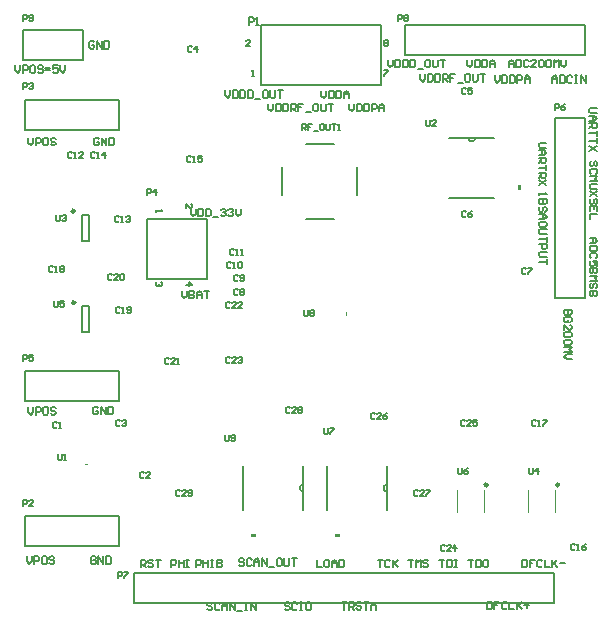
<source format=gto>
G04*
G04 #@! TF.GenerationSoftware,Altium Limited,Altium Designer,18.0.11 (651)*
G04*
G04 Layer_Color=65535*
%FSLAX25Y25*%
%MOIN*%
G70*
G01*
G75*
%ADD10C,0.00000*%
%ADD11C,0.00984*%
%ADD12C,0.00600*%
%ADD13C,0.01000*%
%ADD14C,0.00787*%
%ADD15C,0.00100*%
%ADD16C,0.00394*%
%ADD17C,0.00500*%
G36*
X84789Y-173961D02*
Y-174961D01*
X83289D01*
Y-173961D01*
X84789D01*
D02*
G37*
G36*
X112742D02*
Y-174961D01*
X111242D01*
Y-173961D01*
X112742D01*
D02*
G37*
G36*
X171993Y-57718D02*
X172993D01*
Y-59219D01*
X171993D01*
Y-57718D01*
D02*
G37*
D10*
X27847Y-150712D02*
G03*
X28846Y-150712I500J1123D01*
G01*
D11*
X24332Y-66312D02*
G03*
X24332Y-66312I-492J0D01*
G01*
X24525Y-96784D02*
G03*
X24525Y-96784I-492J0D01*
G01*
D12*
X155493Y-41919D02*
G03*
X157893Y-41919I1200J0D01*
G01*
X100589Y-157461D02*
G03*
X100589Y-159861I0J-1200D01*
G01*
X128542Y-157461D02*
G03*
X128542Y-159861I0J-1200D01*
G01*
X149279Y-62019D02*
X164107D01*
X149279Y-41919D02*
X164107D01*
X80489Y-166076D02*
Y-151247D01*
X100589Y-166076D02*
Y-151247D01*
X128542Y-166076D02*
Y-151247D01*
X108442Y-166076D02*
Y-151247D01*
D13*
X162024Y-157579D02*
G03*
X162024Y-157579I-500J0D01*
G01*
X185843D02*
G03*
X185843Y-157579I-500J0D01*
G01*
D14*
X29056Y-76154D02*
Y-67493D01*
X26694Y-76154D02*
Y-67493D01*
Y-76154D02*
X29056D01*
X26694Y-67493D02*
X29056D01*
X29249Y-106626D02*
Y-97965D01*
X26887Y-106626D02*
Y-97965D01*
Y-106626D02*
X29249D01*
X26887Y-97965D02*
X29249D01*
X44055Y-197126D02*
Y-187126D01*
X184055D01*
Y-197126D02*
Y-187126D01*
X176555Y-197126D02*
X184055D01*
X44055D02*
X176555D01*
X101420Y-43840D02*
X110719D01*
X93570Y-60990D02*
Y-51691D01*
X101420Y-68840D02*
X110720D01*
X118570Y-60989D02*
Y-51690D01*
X134528Y-14449D02*
X194528D01*
X134528Y-4449D02*
X194528D01*
X134528Y-14449D02*
Y-4449D01*
X194528Y-14449D02*
Y-4449D01*
X126575Y-24449D02*
Y-4449D01*
X86575Y-24449D02*
Y-4449D01*
X126575D01*
X86575Y-24449D02*
X126575D01*
X68490Y-89020D02*
Y-69020D01*
X48490D02*
X68490D01*
X48490Y-89020D02*
X68490D01*
X48490D02*
Y-69020D01*
X184370Y-95472D02*
X194370D01*
X184370Y-35472D02*
X194370D01*
Y-95472D02*
Y-35472D01*
X184370Y-95472D02*
Y-35472D01*
X39213Y-129803D02*
Y-119803D01*
X7717Y-129803D02*
X39213D01*
X7717D02*
Y-119803D01*
X39213D01*
Y-178000D02*
Y-168000D01*
X7717Y-178000D02*
X39213D01*
X7717D02*
Y-168000D01*
X39213D01*
Y-39290D02*
Y-29290D01*
X7717Y-39290D02*
X39213D01*
X7717D02*
Y-29290D01*
X39213D01*
X27126Y-16024D02*
Y-6024D01*
X7126Y-16024D02*
X27126D01*
X7126D02*
Y-6024D01*
X27126D01*
D15*
X114673Y-101068D02*
Y-99869D01*
D16*
X160827Y-166535D02*
Y-159252D01*
X151772Y-166535D02*
Y-159252D01*
X184646Y-166535D02*
Y-159252D01*
X175591Y-166535D02*
Y-159252D01*
D17*
X4600Y-17791D02*
Y-19457D01*
X5433Y-20290D01*
X6266Y-19457D01*
Y-17791D01*
X7099Y-20290D02*
Y-17791D01*
X8349D01*
X8765Y-18207D01*
Y-19040D01*
X8349Y-19457D01*
X7099D01*
X10848Y-17791D02*
X10015D01*
X9598Y-18207D01*
Y-19873D01*
X10015Y-20290D01*
X10848D01*
X11265Y-19873D01*
Y-18207D01*
X10848Y-17791D01*
X13764Y-18207D02*
X13347Y-17791D01*
X12514D01*
X12098Y-18207D01*
Y-18624D01*
X12514Y-19040D01*
X13347D01*
X13764Y-19457D01*
Y-19873D01*
X13347Y-20290D01*
X12514D01*
X12098Y-19873D01*
X14597Y-19457D02*
X16263D01*
X14597Y-18624D02*
X16263D01*
X18762Y-17791D02*
X17096D01*
Y-19040D01*
X17929Y-18624D01*
X18346D01*
X18762Y-19040D01*
Y-19873D01*
X18346Y-20290D01*
X17513D01*
X17096Y-19873D01*
X19595Y-17791D02*
Y-19457D01*
X20428Y-20290D01*
X21261Y-19457D01*
Y-17791D01*
X63010Y-65561D02*
Y-67227D01*
X63843Y-68060D01*
X64676Y-67227D01*
Y-65561D01*
X65509D02*
Y-68060D01*
X66759D01*
X67175Y-67643D01*
Y-65977D01*
X66759Y-65561D01*
X65509D01*
X68008D02*
Y-68060D01*
X69258D01*
X69674Y-67643D01*
Y-65977D01*
X69258Y-65561D01*
X68008D01*
X70508Y-68476D02*
X72174D01*
X73007Y-65977D02*
X73423Y-65561D01*
X74256D01*
X74673Y-65977D01*
Y-66394D01*
X74256Y-66810D01*
X73840D01*
X74256D01*
X74673Y-67227D01*
Y-67643D01*
X74256Y-68060D01*
X73423D01*
X73007Y-67643D01*
X75506Y-65977D02*
X75923Y-65561D01*
X76756D01*
X77172Y-65977D01*
Y-66394D01*
X76756Y-66810D01*
X76339D01*
X76756D01*
X77172Y-67227D01*
Y-67643D01*
X76756Y-68060D01*
X75923D01*
X75506Y-67643D01*
X78005Y-65561D02*
Y-67227D01*
X78838Y-68060D01*
X79671Y-67227D01*
Y-65561D01*
X60140Y-92971D02*
Y-94637D01*
X60973Y-95470D01*
X61806Y-94637D01*
Y-92971D01*
X62639D02*
Y-95470D01*
X63889D01*
X64305Y-95053D01*
Y-94637D01*
X63889Y-94220D01*
X62639D01*
X63889D01*
X64305Y-93804D01*
Y-93387D01*
X63889Y-92971D01*
X62639D01*
X65138Y-95470D02*
Y-93804D01*
X65971Y-92971D01*
X66804Y-93804D01*
Y-95470D01*
Y-94220D01*
X65138D01*
X67638Y-92971D02*
X69304D01*
X68471D01*
Y-95470D01*
X31406Y-181867D02*
X30990Y-181451D01*
X30156D01*
X29740Y-181867D01*
Y-183534D01*
X30156Y-183950D01*
X30990D01*
X31406Y-183534D01*
Y-182700D01*
X30573D01*
X32239Y-183950D02*
Y-181451D01*
X33905Y-183950D01*
Y-181451D01*
X34738D02*
Y-183950D01*
X35988D01*
X36404Y-183534D01*
Y-181867D01*
X35988Y-181451D01*
X34738D01*
X32226Y-131987D02*
X31810Y-131571D01*
X30977D01*
X30560Y-131987D01*
Y-133653D01*
X30977Y-134070D01*
X31810D01*
X32226Y-133653D01*
Y-132820D01*
X31393D01*
X33059Y-134070D02*
Y-131571D01*
X34725Y-134070D01*
Y-131571D01*
X35558D02*
Y-134070D01*
X36808D01*
X37225Y-133653D01*
Y-131987D01*
X36808Y-131571D01*
X35558D01*
X32486Y-42377D02*
X32070Y-41961D01*
X31236D01*
X30820Y-42377D01*
Y-44043D01*
X31236Y-44460D01*
X32070D01*
X32486Y-44043D01*
Y-43210D01*
X31653D01*
X33319Y-44460D02*
Y-41961D01*
X34985Y-44460D01*
Y-41961D01*
X35818D02*
Y-44460D01*
X37068D01*
X37484Y-44043D01*
Y-42377D01*
X37068Y-41961D01*
X35818D01*
X8440Y-181451D02*
Y-183117D01*
X9273Y-183950D01*
X10106Y-183117D01*
Y-181451D01*
X10939Y-183950D02*
Y-181451D01*
X12189D01*
X12605Y-181867D01*
Y-182700D01*
X12189Y-183117D01*
X10939D01*
X14688Y-181451D02*
X13855D01*
X13438Y-181867D01*
Y-183534D01*
X13855Y-183950D01*
X14688D01*
X15104Y-183534D01*
Y-181867D01*
X14688Y-181451D01*
X17604Y-181867D02*
X17187Y-181451D01*
X16354D01*
X15938Y-181867D01*
Y-182284D01*
X16354Y-182700D01*
X17187D01*
X17604Y-183117D01*
Y-183534D01*
X17187Y-183950D01*
X16354D01*
X15938Y-183534D01*
X8850Y-131691D02*
Y-133357D01*
X9683Y-134190D01*
X10516Y-133357D01*
Y-131691D01*
X11349Y-134190D02*
Y-131691D01*
X12599D01*
X13015Y-132107D01*
Y-132940D01*
X12599Y-133357D01*
X11349D01*
X15098Y-131691D02*
X14265D01*
X13848Y-132107D01*
Y-133774D01*
X14265Y-134190D01*
X15098D01*
X15515Y-133774D01*
Y-132107D01*
X15098Y-131691D01*
X18014Y-132107D02*
X17597Y-131691D01*
X16764D01*
X16348Y-132107D01*
Y-132524D01*
X16764Y-132940D01*
X17597D01*
X18014Y-133357D01*
Y-133774D01*
X17597Y-134190D01*
X16764D01*
X16348Y-133774D01*
X8880Y-41961D02*
Y-43627D01*
X9713Y-44460D01*
X10546Y-43627D01*
Y-41961D01*
X11379Y-44460D02*
Y-41961D01*
X12629D01*
X13045Y-42377D01*
Y-43210D01*
X12629Y-43627D01*
X11379D01*
X15128Y-41961D02*
X14295D01*
X13878Y-42377D01*
Y-44043D01*
X14295Y-44460D01*
X15128D01*
X15544Y-44043D01*
Y-42377D01*
X15128Y-41961D01*
X18044Y-42377D02*
X17627Y-41961D01*
X16794D01*
X16378Y-42377D01*
Y-42794D01*
X16794Y-43210D01*
X17627D01*
X18044Y-43627D01*
Y-44043D01*
X17627Y-44460D01*
X16794D01*
X16378Y-44043D01*
X173590Y-182497D02*
Y-184996D01*
X174840D01*
X175256Y-184580D01*
Y-182914D01*
X174840Y-182497D01*
X173590D01*
X177755D02*
X176089D01*
Y-183747D01*
X176922D01*
X176089D01*
Y-184996D01*
X180254Y-182914D02*
X179838Y-182497D01*
X179005D01*
X178588Y-182914D01*
Y-184580D01*
X179005Y-184996D01*
X179838D01*
X180254Y-184580D01*
X181088Y-182497D02*
Y-184996D01*
X182754D01*
X183587Y-182497D02*
Y-184996D01*
Y-184163D01*
X185253Y-182497D01*
X184003Y-183747D01*
X185253Y-184996D01*
X186086Y-183747D02*
X187752D01*
X161770Y-196531D02*
Y-199030D01*
X163020D01*
X163436Y-198614D01*
Y-196947D01*
X163020Y-196531D01*
X161770D01*
X165935D02*
X164269D01*
Y-197780D01*
X165102D01*
X164269D01*
Y-199030D01*
X168435Y-196947D02*
X168018Y-196531D01*
X167185D01*
X166768Y-196947D01*
Y-198614D01*
X167185Y-199030D01*
X168018D01*
X168435Y-198614D01*
X169268Y-196531D02*
Y-199030D01*
X170934D01*
X171767Y-196531D02*
Y-199030D01*
Y-198197D01*
X173433Y-196531D01*
X172183Y-197780D01*
X173433Y-199030D01*
X174266Y-197780D02*
X175932D01*
X175099Y-196947D02*
Y-198614D01*
X155650Y-182497D02*
X157316D01*
X156483D01*
Y-184996D01*
X158149Y-182497D02*
Y-184996D01*
X159399D01*
X159815Y-184580D01*
Y-182914D01*
X159399Y-182497D01*
X158149D01*
X161898D02*
X161065D01*
X160648Y-182914D01*
Y-184580D01*
X161065Y-184996D01*
X161898D01*
X162314Y-184580D01*
Y-182914D01*
X161898Y-182497D01*
X145970D02*
X147636D01*
X146803D01*
Y-184996D01*
X148469Y-182497D02*
Y-184996D01*
X149719D01*
X150135Y-184580D01*
Y-182914D01*
X149719Y-182497D01*
X148469D01*
X150968D02*
X151801D01*
X151385D01*
Y-184996D01*
X150968D01*
X151801D01*
X135560Y-182497D02*
X137226D01*
X136393D01*
Y-184996D01*
X138059D02*
Y-182497D01*
X138892Y-183330D01*
X139725Y-182497D01*
Y-184996D01*
X142225Y-182914D02*
X141808Y-182497D01*
X140975D01*
X140558Y-182914D01*
Y-183330D01*
X140975Y-183747D01*
X141808D01*
X142225Y-184163D01*
Y-184580D01*
X141808Y-184996D01*
X140975D01*
X140558Y-184580D01*
X125340Y-182497D02*
X127006D01*
X126173D01*
Y-184996D01*
X129505Y-182914D02*
X129089Y-182497D01*
X128256D01*
X127839Y-182914D01*
Y-184580D01*
X128256Y-184996D01*
X129089D01*
X129505Y-184580D01*
X130338Y-182497D02*
Y-184996D01*
Y-184163D01*
X132004Y-182497D01*
X130755Y-183747D01*
X132004Y-184996D01*
X113320Y-196681D02*
X114986D01*
X114153D01*
Y-199180D01*
X115819D02*
Y-196681D01*
X117069D01*
X117485Y-197097D01*
Y-197930D01*
X117069Y-198347D01*
X115819D01*
X116652D02*
X117485Y-199180D01*
X119984Y-197097D02*
X119568Y-196681D01*
X118735D01*
X118318Y-197097D01*
Y-197514D01*
X118735Y-197930D01*
X119568D01*
X119984Y-198347D01*
Y-198764D01*
X119568Y-199180D01*
X118735D01*
X118318Y-198764D01*
X120818Y-196681D02*
X122484D01*
X121651D01*
Y-199180D01*
X123317D02*
Y-197514D01*
X124566D01*
X124983Y-197930D01*
Y-199180D01*
X105100Y-182497D02*
Y-184996D01*
X106766D01*
X108849Y-182497D02*
X108016D01*
X107599Y-182914D01*
Y-184580D01*
X108016Y-184996D01*
X108849D01*
X109265Y-184580D01*
Y-182914D01*
X108849Y-182497D01*
X110098Y-184996D02*
Y-183330D01*
X110931Y-182497D01*
X111765Y-183330D01*
Y-184996D01*
Y-183747D01*
X110098D01*
X112598Y-182497D02*
Y-184996D01*
X113847D01*
X114264Y-184580D01*
Y-182914D01*
X113847Y-182497D01*
X112598D01*
X96016Y-197147D02*
X95600Y-196731D01*
X94766D01*
X94350Y-197147D01*
Y-197564D01*
X94766Y-197980D01*
X95600D01*
X96016Y-198397D01*
Y-198813D01*
X95600Y-199230D01*
X94766D01*
X94350Y-198813D01*
X98515Y-197147D02*
X98099Y-196731D01*
X97266D01*
X96849Y-197147D01*
Y-198813D01*
X97266Y-199230D01*
X98099D01*
X98515Y-198813D01*
X99348Y-196731D02*
X100181D01*
X99765D01*
Y-199230D01*
X99348D01*
X100181D01*
X102681Y-196731D02*
X101848D01*
X101431Y-197147D01*
Y-198813D01*
X101848Y-199230D01*
X102681D01*
X103097Y-198813D01*
Y-197147D01*
X102681Y-196731D01*
X80856Y-182497D02*
X80440Y-182081D01*
X79606D01*
X79190Y-182497D01*
Y-182914D01*
X79606Y-183330D01*
X80440D01*
X80856Y-183747D01*
Y-184163D01*
X80440Y-184580D01*
X79606D01*
X79190Y-184163D01*
X83355Y-182497D02*
X82939Y-182081D01*
X82106D01*
X81689Y-182497D01*
Y-184163D01*
X82106Y-184580D01*
X82939D01*
X83355Y-184163D01*
X84188Y-184580D02*
Y-182914D01*
X85021Y-182081D01*
X85855Y-182914D01*
Y-184580D01*
Y-183330D01*
X84188D01*
X86688Y-184580D02*
Y-182081D01*
X88354Y-184580D01*
Y-182081D01*
X89187Y-184996D02*
X90853D01*
X92936Y-182081D02*
X92102D01*
X91686Y-182497D01*
Y-184163D01*
X92102Y-184580D01*
X92936D01*
X93352Y-184163D01*
Y-182497D01*
X92936Y-182081D01*
X94185D02*
Y-184163D01*
X94602Y-184580D01*
X95435D01*
X95851Y-184163D01*
Y-182081D01*
X96684D02*
X98351D01*
X97517D01*
Y-184580D01*
X70256Y-197247D02*
X69840Y-196831D01*
X69007D01*
X68590Y-197247D01*
Y-197664D01*
X69007Y-198080D01*
X69840D01*
X70256Y-198497D01*
Y-198914D01*
X69840Y-199330D01*
X69007D01*
X68590Y-198914D01*
X72755Y-197247D02*
X72339Y-196831D01*
X71506D01*
X71089Y-197247D01*
Y-198914D01*
X71506Y-199330D01*
X72339D01*
X72755Y-198914D01*
X73588Y-199330D02*
Y-197664D01*
X74421Y-196831D01*
X75254Y-197664D01*
Y-199330D01*
Y-198080D01*
X73588D01*
X76088Y-199330D02*
Y-196831D01*
X77754Y-199330D01*
Y-196831D01*
X78587Y-199747D02*
X80253D01*
X81086Y-196831D02*
X81919D01*
X81502D01*
Y-199330D01*
X81086D01*
X81919D01*
X83169D02*
Y-196831D01*
X84835Y-199330D01*
Y-196831D01*
X64770Y-184996D02*
Y-182497D01*
X66020D01*
X66436Y-182914D01*
Y-183747D01*
X66020Y-184163D01*
X64770D01*
X67269Y-182497D02*
Y-184996D01*
Y-183747D01*
X68935D01*
Y-182497D01*
Y-184996D01*
X69768Y-182497D02*
X70601D01*
X70185D01*
Y-184996D01*
X69768D01*
X70601D01*
X71851Y-182497D02*
Y-184996D01*
X73101D01*
X73517Y-184580D01*
Y-184163D01*
X73101Y-183747D01*
X71851D01*
X73101D01*
X73517Y-183330D01*
Y-182914D01*
X73101Y-182497D01*
X71851D01*
X56510Y-184996D02*
Y-182497D01*
X57760D01*
X58176Y-182914D01*
Y-183747D01*
X57760Y-184163D01*
X56510D01*
X59009Y-182497D02*
Y-184996D01*
Y-183747D01*
X60675D01*
Y-182497D01*
Y-184996D01*
X61508Y-182497D02*
X62341D01*
X61925D01*
Y-184996D01*
X61508D01*
X62341D01*
X46340D02*
Y-182497D01*
X47590D01*
X48006Y-182914D01*
Y-183747D01*
X47590Y-184163D01*
X46340D01*
X47173D02*
X48006Y-184996D01*
X50505Y-182914D02*
X50089Y-182497D01*
X49256D01*
X48839Y-182914D01*
Y-183330D01*
X49256Y-183747D01*
X50089D01*
X50505Y-184163D01*
Y-184580D01*
X50089Y-184996D01*
X49256D01*
X48839Y-184580D01*
X51338Y-182497D02*
X53004D01*
X52171D01*
Y-184996D01*
X30936Y-10127D02*
X30520Y-9711D01*
X29686D01*
X29270Y-10127D01*
Y-11794D01*
X29686Y-12210D01*
X30520D01*
X30936Y-11794D01*
Y-10960D01*
X30103D01*
X31769Y-12210D02*
Y-9711D01*
X33435Y-12210D01*
Y-9711D01*
X34268D02*
Y-12210D01*
X35518D01*
X35934Y-11794D01*
Y-10127D01*
X35518Y-9711D01*
X34268D01*
X190059Y-99150D02*
X187560D01*
Y-100400D01*
X187977Y-100816D01*
X188393D01*
X188810Y-100400D01*
Y-99150D01*
Y-100400D01*
X189226Y-100816D01*
X189643D01*
X190059Y-100400D01*
Y-99150D01*
X189643Y-103315D02*
X190059Y-102899D01*
Y-102066D01*
X189643Y-101649D01*
X187977D01*
X187560Y-102066D01*
Y-102899D01*
X187977Y-103315D01*
X188810D01*
Y-102482D01*
X187560Y-105815D02*
Y-104148D01*
X189226Y-105815D01*
X189643D01*
X190059Y-105398D01*
Y-104565D01*
X189643Y-104148D01*
Y-106648D02*
X190059Y-107064D01*
Y-107897D01*
X189643Y-108314D01*
X187977D01*
X187560Y-107897D01*
Y-107064D01*
X187977Y-106648D01*
X189643D01*
Y-109147D02*
X190059Y-109563D01*
Y-110396D01*
X189643Y-110813D01*
X187977D01*
X187560Y-110396D01*
Y-109563D01*
X187977Y-109147D01*
X189643D01*
X187560Y-111646D02*
X190059D01*
X189226Y-112479D01*
X190059Y-113312D01*
X187560D01*
X190059Y-114145D02*
X188393D01*
X187560Y-114978D01*
X188393Y-115811D01*
X190059D01*
X196040Y-75430D02*
X197706D01*
X198539Y-76263D01*
X197706Y-77096D01*
X196040D01*
X197290D01*
Y-75430D01*
X198539Y-77929D02*
X196040D01*
Y-79179D01*
X196457Y-79595D01*
X198123D01*
X198539Y-79179D01*
Y-77929D01*
X198123Y-82095D02*
X198539Y-81678D01*
Y-80845D01*
X198123Y-80428D01*
X196457D01*
X196040Y-80845D01*
Y-81678D01*
X196457Y-82095D01*
X198539Y-84594D02*
Y-82928D01*
X197290D01*
X197706Y-83761D01*
Y-84177D01*
X197290Y-84594D01*
X196457D01*
X196040Y-84177D01*
Y-83344D01*
X196457Y-82928D01*
X198539Y-85427D02*
X196040D01*
Y-86676D01*
X196457Y-87093D01*
X196873D01*
X197290Y-86676D01*
Y-85427D01*
Y-86676D01*
X197706Y-87093D01*
X198123D01*
X198539Y-86676D01*
Y-85427D01*
X196040Y-87926D02*
X198539D01*
X197706Y-88759D01*
X198539Y-89592D01*
X196040D01*
X198123Y-92091D02*
X198539Y-91675D01*
Y-90842D01*
X198123Y-90425D01*
X197706D01*
X197290Y-90842D01*
Y-91675D01*
X196873Y-92091D01*
X196457D01*
X196040Y-91675D01*
Y-90842D01*
X196457Y-90425D01*
X198539Y-92924D02*
X196040D01*
Y-94174D01*
X196457Y-94591D01*
X196873D01*
X197290Y-94174D01*
Y-92924D01*
Y-94174D01*
X197706Y-94591D01*
X198123D01*
X198539Y-94174D01*
Y-92924D01*
X179170Y-60300D02*
Y-61133D01*
Y-60716D01*
X181669D01*
X181253Y-60300D01*
X181669Y-62383D02*
X179170D01*
Y-63632D01*
X179587Y-64049D01*
X180003D01*
X180420Y-63632D01*
Y-62383D01*
Y-63632D01*
X180836Y-64049D01*
X181253D01*
X181669Y-63632D01*
Y-62383D01*
X181253Y-66548D02*
X181669Y-66131D01*
Y-65298D01*
X181253Y-64882D01*
X180836D01*
X180420Y-65298D01*
Y-66131D01*
X180003Y-66548D01*
X179587D01*
X179170Y-66131D01*
Y-65298D01*
X179587Y-64882D01*
X179170Y-67381D02*
X180836D01*
X181669Y-68214D01*
X180836Y-69047D01*
X179170D01*
X180420D01*
Y-67381D01*
X181669Y-71130D02*
Y-70297D01*
X181253Y-69880D01*
X179587D01*
X179170Y-70297D01*
Y-71130D01*
X179587Y-71546D01*
X181253D01*
X181669Y-71130D01*
Y-72379D02*
X179587D01*
X179170Y-72796D01*
Y-73629D01*
X179587Y-74046D01*
X181669D01*
Y-74879D02*
Y-76545D01*
Y-75712D01*
X179170D01*
Y-77378D02*
X181669D01*
Y-78627D01*
X181253Y-79044D01*
X180420D01*
X180003Y-78627D01*
Y-77378D01*
X181669Y-79877D02*
X179587D01*
X179170Y-80294D01*
Y-81127D01*
X179587Y-81543D01*
X181669D01*
Y-82376D02*
Y-84042D01*
Y-83209D01*
X179170D01*
X198183Y-51426D02*
X198599Y-51010D01*
Y-50177D01*
X198183Y-49760D01*
X197766D01*
X197350Y-50177D01*
Y-51010D01*
X196933Y-51426D01*
X196517D01*
X196100Y-51010D01*
Y-50177D01*
X196517Y-49760D01*
X198183Y-53925D02*
X198599Y-53509D01*
Y-52676D01*
X198183Y-52259D01*
X196517D01*
X196100Y-52676D01*
Y-53509D01*
X196517Y-53925D01*
X196100Y-54758D02*
X198599D01*
X197766Y-55591D01*
X198599Y-56424D01*
X196100D01*
X198599Y-57258D02*
X196517D01*
X196100Y-57674D01*
Y-58507D01*
X196517Y-58924D01*
X198599D01*
Y-59757D02*
X196100Y-61423D01*
X198599D02*
X196100Y-59757D01*
X198183Y-63922D02*
X198599Y-63506D01*
Y-62673D01*
X198183Y-62256D01*
X197766D01*
X197350Y-62673D01*
Y-63506D01*
X196933Y-63922D01*
X196517D01*
X196100Y-63506D01*
Y-62673D01*
X196517Y-62256D01*
X198599Y-66421D02*
Y-64755D01*
X196100D01*
Y-66421D01*
X197350Y-64755D02*
Y-65588D01*
X198599Y-67254D02*
X196100D01*
Y-68920D01*
X181549Y-43490D02*
X179466D01*
X179050Y-43907D01*
Y-44740D01*
X179466Y-45156D01*
X181549D01*
X179050Y-45989D02*
X180716D01*
X181549Y-46822D01*
X180716Y-47655D01*
X179050D01*
X180300D01*
Y-45989D01*
X179050Y-48488D02*
X181549D01*
Y-49738D01*
X181133Y-50155D01*
X180300D01*
X179883Y-49738D01*
Y-48488D01*
Y-49321D02*
X179050Y-50155D01*
X181549Y-50988D02*
Y-52654D01*
Y-51821D01*
X179050D01*
Y-53487D02*
X181549D01*
Y-54736D01*
X181133Y-55153D01*
X180300D01*
X179883Y-54736D01*
Y-53487D01*
Y-54320D02*
X179050Y-55153D01*
X181549Y-55986D02*
X179050Y-57652D01*
X181549D02*
X179050Y-55986D01*
X198479Y-32020D02*
X196397D01*
X195980Y-32436D01*
Y-33270D01*
X196397Y-33686D01*
X198479D01*
X195980Y-34519D02*
X197646D01*
X198479Y-35352D01*
X197646Y-36185D01*
X195980D01*
X197230D01*
Y-34519D01*
X195980Y-37018D02*
X198479D01*
Y-38268D01*
X198063Y-38684D01*
X197230D01*
X196813Y-38268D01*
Y-37018D01*
Y-37851D02*
X195980Y-38684D01*
X198479Y-39518D02*
Y-41184D01*
Y-40351D01*
X195980D01*
X198479Y-42017D02*
Y-43683D01*
Y-42850D01*
X195980D01*
X198479Y-44516D02*
X195980Y-46182D01*
X198479D02*
X195980Y-44516D01*
X183650Y-23607D02*
Y-21940D01*
X184483Y-21107D01*
X185316Y-21940D01*
Y-23607D01*
Y-22357D01*
X183650D01*
X186149Y-21107D02*
Y-23607D01*
X187399D01*
X187815Y-23190D01*
Y-21524D01*
X187399Y-21107D01*
X186149D01*
X190314Y-21524D02*
X189898Y-21107D01*
X189065D01*
X188648Y-21524D01*
Y-23190D01*
X189065Y-23607D01*
X189898D01*
X190314Y-23190D01*
X191148Y-21107D02*
X191981D01*
X191564D01*
Y-23607D01*
X191148D01*
X191981D01*
X193230D02*
Y-21107D01*
X194896Y-23607D01*
Y-21107D01*
X169000Y-18440D02*
Y-16774D01*
X169833Y-15941D01*
X170666Y-16774D01*
Y-18440D01*
Y-17190D01*
X169000D01*
X171499Y-15941D02*
Y-18440D01*
X172749D01*
X173165Y-18023D01*
Y-16357D01*
X172749Y-15941D01*
X171499D01*
X175664Y-16357D02*
X175248Y-15941D01*
X174415D01*
X173998Y-16357D01*
Y-18023D01*
X174415Y-18440D01*
X175248D01*
X175664Y-18023D01*
X178164Y-18440D02*
X176498D01*
X178164Y-16774D01*
Y-16357D01*
X177747Y-15941D01*
X176914D01*
X176498Y-16357D01*
X178997D02*
X179413Y-15941D01*
X180246D01*
X180663Y-16357D01*
Y-18023D01*
X180246Y-18440D01*
X179413D01*
X178997Y-18023D01*
Y-16357D01*
X181496D02*
X181913Y-15941D01*
X182746D01*
X183162Y-16357D01*
Y-18023D01*
X182746Y-18440D01*
X181913D01*
X181496Y-18023D01*
Y-16357D01*
X183995Y-18440D02*
Y-15941D01*
X184828Y-16774D01*
X185661Y-15941D01*
Y-18440D01*
X186494Y-15941D02*
Y-17607D01*
X187327Y-18440D01*
X188161Y-17607D01*
Y-15941D01*
X164330Y-21107D02*
Y-22773D01*
X165163Y-23607D01*
X165996Y-22773D01*
Y-21107D01*
X166829D02*
Y-23607D01*
X168079D01*
X168495Y-23190D01*
Y-21524D01*
X168079Y-21107D01*
X166829D01*
X169328D02*
Y-23607D01*
X170578D01*
X170994Y-23190D01*
Y-21524D01*
X170578Y-21107D01*
X169328D01*
X171828Y-23607D02*
Y-21107D01*
X173077D01*
X173494Y-21524D01*
Y-22357D01*
X173077Y-22773D01*
X171828D01*
X174327Y-23607D02*
Y-21940D01*
X175160Y-21107D01*
X175993Y-21940D01*
Y-23607D01*
Y-22357D01*
X174327D01*
X115830Y-30581D02*
Y-32247D01*
X116663Y-33080D01*
X117496Y-32247D01*
Y-30581D01*
X118329D02*
Y-33080D01*
X119579D01*
X119995Y-32664D01*
Y-30997D01*
X119579Y-30581D01*
X118329D01*
X120828D02*
Y-33080D01*
X122078D01*
X122494Y-32664D01*
Y-30997D01*
X122078Y-30581D01*
X120828D01*
X123328Y-33080D02*
Y-30581D01*
X124577D01*
X124994Y-30997D01*
Y-31830D01*
X124577Y-32247D01*
X123328D01*
X125827Y-33080D02*
Y-31414D01*
X126660Y-30581D01*
X127493Y-31414D01*
Y-33080D01*
Y-31830D01*
X125827D01*
X106630Y-26191D02*
Y-27857D01*
X107463Y-28690D01*
X108296Y-27857D01*
Y-26191D01*
X109129D02*
Y-28690D01*
X110379D01*
X110795Y-28273D01*
Y-26607D01*
X110379Y-26191D01*
X109129D01*
X111628D02*
Y-28690D01*
X112878D01*
X113294Y-28273D01*
Y-26607D01*
X112878Y-26191D01*
X111628D01*
X114128Y-28690D02*
Y-27024D01*
X114961Y-26191D01*
X115794Y-27024D01*
Y-28690D01*
Y-27440D01*
X114128D01*
X155240Y-15941D02*
Y-17607D01*
X156073Y-18440D01*
X156906Y-17607D01*
Y-15941D01*
X157739D02*
Y-18440D01*
X158989D01*
X159405Y-18023D01*
Y-16357D01*
X158989Y-15941D01*
X157739D01*
X160238D02*
Y-18440D01*
X161488D01*
X161905Y-18023D01*
Y-16357D01*
X161488Y-15941D01*
X160238D01*
X162738Y-18440D02*
Y-16774D01*
X163571Y-15941D01*
X164404Y-16774D01*
Y-18440D01*
Y-17190D01*
X162738D01*
X139560Y-20691D02*
Y-22357D01*
X140393Y-23190D01*
X141226Y-22357D01*
Y-20691D01*
X142059D02*
Y-23190D01*
X143309D01*
X143725Y-22773D01*
Y-21107D01*
X143309Y-20691D01*
X142059D01*
X144558D02*
Y-23190D01*
X145808D01*
X146224Y-22773D01*
Y-21107D01*
X145808Y-20691D01*
X144558D01*
X147058Y-23190D02*
Y-20691D01*
X148307D01*
X148724Y-21107D01*
Y-21940D01*
X148307Y-22357D01*
X147058D01*
X147891D02*
X148724Y-23190D01*
X151223Y-20691D02*
X149557D01*
Y-21940D01*
X150390D01*
X149557D01*
Y-23190D01*
X152056Y-23607D02*
X153722D01*
X155805Y-20691D02*
X154972D01*
X154555Y-21107D01*
Y-22773D01*
X154972Y-23190D01*
X155805D01*
X156221Y-22773D01*
Y-21107D01*
X155805Y-20691D01*
X157054D02*
Y-22773D01*
X157471Y-23190D01*
X158304D01*
X158721Y-22773D01*
Y-20691D01*
X159554D02*
X161220D01*
X160387D01*
Y-23190D01*
X88960Y-30521D02*
Y-32187D01*
X89793Y-33020D01*
X90626Y-32187D01*
Y-30521D01*
X91459D02*
Y-33020D01*
X92709D01*
X93125Y-32603D01*
Y-30937D01*
X92709Y-30521D01*
X91459D01*
X93958D02*
Y-33020D01*
X95208D01*
X95625Y-32603D01*
Y-30937D01*
X95208Y-30521D01*
X93958D01*
X96458Y-33020D02*
Y-30521D01*
X97707D01*
X98124Y-30937D01*
Y-31770D01*
X97707Y-32187D01*
X96458D01*
X97291D02*
X98124Y-33020D01*
X100623Y-30521D02*
X98957D01*
Y-31770D01*
X99790D01*
X98957D01*
Y-33020D01*
X101456Y-33437D02*
X103122D01*
X105205Y-30521D02*
X104372D01*
X103955Y-30937D01*
Y-32603D01*
X104372Y-33020D01*
X105205D01*
X105621Y-32603D01*
Y-30937D01*
X105205Y-30521D01*
X106454D02*
Y-32603D01*
X106871Y-33020D01*
X107704D01*
X108121Y-32603D01*
Y-30521D01*
X108953D02*
X110620D01*
X109787D01*
Y-33020D01*
X128740Y-15941D02*
Y-17607D01*
X129573Y-18440D01*
X130406Y-17607D01*
Y-15941D01*
X131239D02*
Y-18440D01*
X132489D01*
X132905Y-18023D01*
Y-16357D01*
X132489Y-15941D01*
X131239D01*
X133738D02*
Y-18440D01*
X134988D01*
X135405Y-18023D01*
Y-16357D01*
X134988Y-15941D01*
X133738D01*
X136238D02*
Y-18440D01*
X137487D01*
X137904Y-18023D01*
Y-16357D01*
X137487Y-15941D01*
X136238D01*
X138737Y-18857D02*
X140403D01*
X142485Y-15941D02*
X141653D01*
X141236Y-16357D01*
Y-18023D01*
X141653Y-18440D01*
X142485D01*
X142902Y-18023D01*
Y-16357D01*
X142485Y-15941D01*
X143735D02*
Y-18023D01*
X144152Y-18440D01*
X144985D01*
X145401Y-18023D01*
Y-15941D01*
X146234D02*
X147900D01*
X147067D01*
Y-18440D01*
X74630Y-26071D02*
Y-27737D01*
X75463Y-28570D01*
X76296Y-27737D01*
Y-26071D01*
X77129D02*
Y-28570D01*
X78379D01*
X78795Y-28153D01*
Y-26487D01*
X78379Y-26071D01*
X77129D01*
X79628D02*
Y-28570D01*
X80878D01*
X81295Y-28153D01*
Y-26487D01*
X80878Y-26071D01*
X79628D01*
X82128D02*
Y-28570D01*
X83377D01*
X83794Y-28153D01*
Y-26487D01*
X83377Y-26071D01*
X82128D01*
X84627Y-28986D02*
X86293D01*
X88376Y-26071D02*
X87542D01*
X87126Y-26487D01*
Y-28153D01*
X87542Y-28570D01*
X88376D01*
X88792Y-28153D01*
Y-26487D01*
X88376Y-26071D01*
X89625D02*
Y-28153D01*
X90042Y-28570D01*
X90875D01*
X91291Y-28153D01*
Y-26071D01*
X92124D02*
X93791D01*
X92957D01*
Y-28570D01*
X127575Y-9783D02*
X127908Y-9449D01*
X128575D01*
X128908Y-9783D01*
Y-10116D01*
X128575Y-10449D01*
X128908Y-10782D01*
Y-11116D01*
X128575Y-11449D01*
X127908D01*
X127575Y-11116D01*
Y-10782D01*
X127908Y-10449D01*
X127575Y-10116D01*
Y-9783D01*
X127908Y-10449D02*
X128575D01*
X127575Y-19450D02*
X128908D01*
Y-19783D01*
X127575Y-21116D01*
Y-21449D01*
X83575D02*
X84241D01*
X83908D01*
Y-19450D01*
X83575Y-19783D01*
X82908Y-11449D02*
X81575D01*
X82908Y-10116D01*
Y-9783D01*
X82574Y-9449D01*
X81908D01*
X81575Y-9783D01*
X51490Y-66020D02*
Y-66686D01*
Y-66353D01*
X53489D01*
X53156Y-66020D01*
X61490Y-65353D02*
Y-64020D01*
X62823Y-65353D01*
X63156D01*
X63489Y-65020D01*
Y-64353D01*
X63156Y-64020D01*
X61490Y-91020D02*
X63489D01*
X62490Y-90020D01*
Y-91353D01*
X53156Y-90020D02*
X53489Y-90353D01*
Y-91020D01*
X53156Y-91353D01*
X52823D01*
X52490Y-91020D01*
Y-90687D01*
Y-91020D01*
X52156Y-91353D01*
X51823D01*
X51490Y-91020D01*
Y-90353D01*
X51823Y-90020D01*
X141600Y-36101D02*
Y-37767D01*
X141933Y-38100D01*
X142600D01*
X142933Y-37767D01*
Y-36101D01*
X144932Y-38100D02*
X143599D01*
X144932Y-36767D01*
Y-36434D01*
X144599Y-36101D01*
X143933D01*
X143599Y-36434D01*
X152100Y-152101D02*
Y-153767D01*
X152433Y-154100D01*
X153100D01*
X153433Y-153767D01*
Y-152101D01*
X155432D02*
X154766Y-152434D01*
X154099Y-153100D01*
Y-153767D01*
X154433Y-154100D01*
X155099D01*
X155432Y-153767D01*
Y-153434D01*
X155099Y-153100D01*
X154099D01*
X147653Y-178024D02*
X147320Y-177691D01*
X146653D01*
X146320Y-178024D01*
Y-179357D01*
X146653Y-179690D01*
X147320D01*
X147653Y-179357D01*
X149652Y-179690D02*
X148319D01*
X149652Y-178357D01*
Y-178024D01*
X149319Y-177691D01*
X148653D01*
X148319Y-178024D01*
X151318Y-179690D02*
Y-177691D01*
X150319Y-178690D01*
X151652D01*
X191173Y-177544D02*
X190840Y-177211D01*
X190173D01*
X189840Y-177544D01*
Y-178877D01*
X190173Y-179210D01*
X190840D01*
X191173Y-178877D01*
X191839Y-179210D02*
X192506D01*
X192173D01*
Y-177211D01*
X191839Y-177544D01*
X194838Y-177211D02*
X194172Y-177544D01*
X193506Y-178210D01*
Y-178877D01*
X193839Y-179210D01*
X194505D01*
X194838Y-178877D01*
Y-178544D01*
X194505Y-178210D01*
X193506D01*
X132070Y-3060D02*
Y-1061D01*
X133070D01*
X133403Y-1394D01*
Y-2060D01*
X133070Y-2394D01*
X132070D01*
X134069Y-1394D02*
X134403Y-1061D01*
X135069D01*
X135402Y-1394D01*
Y-1727D01*
X135069Y-2060D01*
X135402Y-2394D01*
Y-2727D01*
X135069Y-3060D01*
X134403D01*
X134069Y-2727D01*
Y-2394D01*
X134403Y-2060D01*
X134069Y-1727D01*
Y-1394D01*
X134403Y-2060D02*
X135069D01*
X184500Y-32600D02*
Y-30601D01*
X185500D01*
X185833Y-30934D01*
Y-31600D01*
X185500Y-31934D01*
X184500D01*
X187832Y-30601D02*
X187166Y-30934D01*
X186499Y-31600D01*
Y-32267D01*
X186833Y-32600D01*
X187499D01*
X187832Y-32267D01*
Y-31934D01*
X187499Y-31600D01*
X186499D01*
X38920Y-188510D02*
Y-186511D01*
X39920D01*
X40253Y-186844D01*
Y-187510D01*
X39920Y-187844D01*
X38920D01*
X40919Y-186511D02*
X42252D01*
Y-186844D01*
X40919Y-188177D01*
Y-188510D01*
X74540Y-140881D02*
Y-142547D01*
X74873Y-142880D01*
X75540D01*
X75873Y-142547D01*
Y-140881D01*
X76539Y-142547D02*
X76873Y-142880D01*
X77539D01*
X77872Y-142547D01*
Y-141214D01*
X77539Y-140881D01*
X76873D01*
X76539Y-141214D01*
Y-141547D01*
X76873Y-141880D01*
X77872D01*
X100750Y-99291D02*
Y-100957D01*
X101083Y-101290D01*
X101750D01*
X102083Y-100957D01*
Y-99291D01*
X102749Y-99624D02*
X103083Y-99291D01*
X103749D01*
X104082Y-99624D01*
Y-99957D01*
X103749Y-100290D01*
X104082Y-100624D01*
Y-100957D01*
X103749Y-101290D01*
X103083D01*
X102749Y-100957D01*
Y-100624D01*
X103083Y-100290D01*
X102749Y-99957D01*
Y-99624D01*
X103083Y-100290D02*
X103749D01*
X107600Y-138601D02*
Y-140267D01*
X107933Y-140600D01*
X108600D01*
X108933Y-140267D01*
Y-138601D01*
X109599D02*
X110932D01*
Y-138934D01*
X109599Y-140267D01*
Y-140600D01*
X17350Y-96181D02*
Y-97847D01*
X17683Y-98180D01*
X18350D01*
X18683Y-97847D01*
Y-96181D01*
X20682D02*
X19349D01*
Y-97180D01*
X20016Y-96847D01*
X20349D01*
X20682Y-97180D01*
Y-97847D01*
X20349Y-98180D01*
X19683D01*
X19349Y-97847D01*
X175900Y-152101D02*
Y-153767D01*
X176233Y-154100D01*
X176900D01*
X177233Y-153767D01*
Y-152101D01*
X178899Y-154100D02*
Y-152101D01*
X177899Y-153100D01*
X179232D01*
X18810Y-147351D02*
Y-149017D01*
X19143Y-149350D01*
X19810D01*
X20143Y-149017D01*
Y-147351D01*
X20809Y-149350D02*
X21476D01*
X21143D01*
Y-147351D01*
X20809Y-147684D01*
X18070Y-67501D02*
Y-69167D01*
X18403Y-69500D01*
X19070D01*
X19403Y-69167D01*
Y-67501D01*
X20069Y-67834D02*
X20403Y-67501D01*
X21069D01*
X21402Y-67834D01*
Y-68167D01*
X21069Y-68500D01*
X20736D01*
X21069D01*
X21402Y-68834D01*
Y-69167D01*
X21069Y-69500D01*
X20403D01*
X20069Y-69167D01*
X100180Y-39380D02*
Y-37381D01*
X101180D01*
X101513Y-37714D01*
Y-38380D01*
X101180Y-38713D01*
X100180D01*
X100847D02*
X101513Y-39380D01*
X103512Y-37381D02*
X102179D01*
Y-38380D01*
X102846D01*
X102179D01*
Y-39380D01*
X104179Y-39713D02*
X105512D01*
X107178Y-37381D02*
X106511D01*
X106178Y-37714D01*
Y-39047D01*
X106511Y-39380D01*
X107178D01*
X107511Y-39047D01*
Y-37714D01*
X107178Y-37381D01*
X108177D02*
Y-39047D01*
X108511Y-39380D01*
X109177D01*
X109510Y-39047D01*
Y-37381D01*
X110177D02*
X111510D01*
X110843D01*
Y-39380D01*
X112176D02*
X112843D01*
X112509D01*
Y-37381D01*
X112176Y-37714D01*
X7200Y-3100D02*
Y-1101D01*
X8200D01*
X8533Y-1434D01*
Y-2100D01*
X8200Y-2434D01*
X7200D01*
X9199Y-2767D02*
X9533Y-3100D01*
X10199D01*
X10532Y-2767D01*
Y-1434D01*
X10199Y-1101D01*
X9533D01*
X9199Y-1434D01*
Y-1767D01*
X9533Y-2100D01*
X10532D01*
X7200Y-116300D02*
Y-114301D01*
X8200D01*
X8533Y-114634D01*
Y-115300D01*
X8200Y-115633D01*
X7200D01*
X10532Y-114301D02*
X9199D01*
Y-115300D01*
X9866Y-114967D01*
X10199D01*
X10532Y-115300D01*
Y-115967D01*
X10199Y-116300D01*
X9533D01*
X9199Y-115967D01*
X7200Y-164500D02*
Y-162501D01*
X8200D01*
X8533Y-162834D01*
Y-163500D01*
X8200Y-163833D01*
X7200D01*
X10532Y-164500D02*
X9199D01*
X10532Y-163167D01*
Y-162834D01*
X10199Y-162501D01*
X9533D01*
X9199Y-162834D01*
X7200Y-25800D02*
Y-23801D01*
X8200D01*
X8533Y-24134D01*
Y-24800D01*
X8200Y-25133D01*
X7200D01*
X9199Y-24134D02*
X9533Y-23801D01*
X10199D01*
X10532Y-24134D01*
Y-24467D01*
X10199Y-24800D01*
X9866D01*
X10199D01*
X10532Y-25133D01*
Y-25467D01*
X10199Y-25800D01*
X9533D01*
X9199Y-25467D01*
X48600Y-61000D02*
Y-59001D01*
X49600D01*
X49933Y-59334D01*
Y-60000D01*
X49600Y-60334D01*
X48600D01*
X51599Y-61000D02*
Y-59001D01*
X50599Y-60000D01*
X51932D01*
X82350Y-4230D02*
Y-1731D01*
X83600D01*
X84016Y-2147D01*
Y-2980D01*
X83600Y-3397D01*
X82350D01*
X84849Y-4230D02*
X85682D01*
X85266D01*
Y-1731D01*
X84849Y-2147D01*
X59533Y-159534D02*
X59200Y-159201D01*
X58533D01*
X58200Y-159534D01*
Y-160867D01*
X58533Y-161200D01*
X59200D01*
X59533Y-160867D01*
X61532Y-161200D02*
X60199D01*
X61532Y-159867D01*
Y-159534D01*
X61199Y-159201D01*
X60533D01*
X60199Y-159534D01*
X62199Y-160867D02*
X62532Y-161200D01*
X63198D01*
X63532Y-160867D01*
Y-159534D01*
X63198Y-159201D01*
X62532D01*
X62199Y-159534D01*
Y-159867D01*
X62532Y-160200D01*
X63532D01*
X96063Y-132104D02*
X95730Y-131771D01*
X95063D01*
X94730Y-132104D01*
Y-133437D01*
X95063Y-133770D01*
X95730D01*
X96063Y-133437D01*
X98062Y-133770D02*
X96729D01*
X98062Y-132437D01*
Y-132104D01*
X97729Y-131771D01*
X97063D01*
X96729Y-132104D01*
X98729D02*
X99062Y-131771D01*
X99728D01*
X100062Y-132104D01*
Y-132437D01*
X99728Y-132770D01*
X100062Y-133104D01*
Y-133437D01*
X99728Y-133770D01*
X99062D01*
X98729Y-133437D01*
Y-133104D01*
X99062Y-132770D01*
X98729Y-132437D01*
Y-132104D01*
X99062Y-132770D02*
X99728D01*
X138733Y-159534D02*
X138400Y-159201D01*
X137733D01*
X137400Y-159534D01*
Y-160867D01*
X137733Y-161200D01*
X138400D01*
X138733Y-160867D01*
X140732Y-161200D02*
X139399D01*
X140732Y-159867D01*
Y-159534D01*
X140399Y-159201D01*
X139733D01*
X139399Y-159534D01*
X141399Y-159201D02*
X142732D01*
Y-159534D01*
X141399Y-160867D01*
Y-161200D01*
X124533Y-133814D02*
X124200Y-133481D01*
X123533D01*
X123200Y-133814D01*
Y-135147D01*
X123533Y-135480D01*
X124200D01*
X124533Y-135147D01*
X126532Y-135480D02*
X125199D01*
X126532Y-134147D01*
Y-133814D01*
X126199Y-133481D01*
X125533D01*
X125199Y-133814D01*
X128532Y-133481D02*
X127865Y-133814D01*
X127199Y-134480D01*
Y-135147D01*
X127532Y-135480D01*
X128198D01*
X128532Y-135147D01*
Y-134814D01*
X128198Y-134480D01*
X127199D01*
X154533Y-136334D02*
X154200Y-136001D01*
X153533D01*
X153200Y-136334D01*
Y-137667D01*
X153533Y-138000D01*
X154200D01*
X154533Y-137667D01*
X156532Y-138000D02*
X155199D01*
X156532Y-136667D01*
Y-136334D01*
X156199Y-136001D01*
X155533D01*
X155199Y-136334D01*
X158532Y-136001D02*
X157199D01*
Y-137000D01*
X157865Y-136667D01*
X158198D01*
X158532Y-137000D01*
Y-137667D01*
X158198Y-138000D01*
X157532D01*
X157199Y-137667D01*
X76173Y-115454D02*
X75840Y-115121D01*
X75173D01*
X74840Y-115454D01*
Y-116787D01*
X75173Y-117120D01*
X75840D01*
X76173Y-116787D01*
X78172Y-117120D02*
X76839D01*
X78172Y-115787D01*
Y-115454D01*
X77839Y-115121D01*
X77173D01*
X76839Y-115454D01*
X78839D02*
X79172Y-115121D01*
X79838D01*
X80172Y-115454D01*
Y-115787D01*
X79838Y-116120D01*
X79505D01*
X79838D01*
X80172Y-116454D01*
Y-116787D01*
X79838Y-117120D01*
X79172D01*
X78839Y-116787D01*
X76193Y-96874D02*
X75860Y-96541D01*
X75193D01*
X74860Y-96874D01*
Y-98207D01*
X75193Y-98540D01*
X75860D01*
X76193Y-98207D01*
X78192Y-98540D02*
X76859D01*
X78192Y-97207D01*
Y-96874D01*
X77859Y-96541D01*
X77193D01*
X76859Y-96874D01*
X80192Y-98540D02*
X78859D01*
X80192Y-97207D01*
Y-96874D01*
X79858Y-96541D01*
X79192D01*
X78859Y-96874D01*
X55733Y-115734D02*
X55400Y-115401D01*
X54733D01*
X54400Y-115734D01*
Y-117067D01*
X54733Y-117400D01*
X55400D01*
X55733Y-117067D01*
X57732Y-117400D02*
X56399D01*
X57732Y-116067D01*
Y-115734D01*
X57399Y-115401D01*
X56733D01*
X56399Y-115734D01*
X58399Y-117400D02*
X59065D01*
X58732D01*
Y-115401D01*
X58399Y-115734D01*
X36713Y-87584D02*
X36380Y-87251D01*
X35713D01*
X35380Y-87584D01*
Y-88917D01*
X35713Y-89250D01*
X36380D01*
X36713Y-88917D01*
X38712Y-89250D02*
X37379D01*
X38712Y-87917D01*
Y-87584D01*
X38379Y-87251D01*
X37713D01*
X37379Y-87584D01*
X39379D02*
X39712Y-87251D01*
X40378D01*
X40712Y-87584D01*
Y-88917D01*
X40378Y-89250D01*
X39712D01*
X39379Y-88917D01*
Y-87584D01*
X39533Y-98534D02*
X39200Y-98201D01*
X38533D01*
X38200Y-98534D01*
Y-99867D01*
X38533Y-100200D01*
X39200D01*
X39533Y-99867D01*
X40199Y-100200D02*
X40866D01*
X40533D01*
Y-98201D01*
X40199Y-98534D01*
X41866Y-99867D02*
X42199Y-100200D01*
X42865D01*
X43198Y-99867D01*
Y-98534D01*
X42865Y-98201D01*
X42199D01*
X41866Y-98534D01*
Y-98867D01*
X42199Y-99200D01*
X43198D01*
X17263Y-85134D02*
X16930Y-84801D01*
X16263D01*
X15930Y-85134D01*
Y-86467D01*
X16263Y-86800D01*
X16930D01*
X17263Y-86467D01*
X17929Y-86800D02*
X18596D01*
X18263D01*
Y-84801D01*
X17929Y-85134D01*
X19595D02*
X19929Y-84801D01*
X20595D01*
X20928Y-85134D01*
Y-85467D01*
X20595Y-85800D01*
X20928Y-86134D01*
Y-86467D01*
X20595Y-86800D01*
X19929D01*
X19595Y-86467D01*
Y-86134D01*
X19929Y-85800D01*
X19595Y-85467D01*
Y-85134D01*
X19929Y-85800D02*
X20595D01*
X178133Y-136334D02*
X177800Y-136001D01*
X177133D01*
X176800Y-136334D01*
Y-137667D01*
X177133Y-138000D01*
X177800D01*
X178133Y-137667D01*
X178799Y-138000D02*
X179466D01*
X179133D01*
Y-136001D01*
X178799Y-136334D01*
X180465Y-136001D02*
X181798D01*
Y-136334D01*
X180465Y-137667D01*
Y-138000D01*
X154933Y-66734D02*
X154600Y-66401D01*
X153933D01*
X153600Y-66734D01*
Y-68067D01*
X153933Y-68400D01*
X154600D01*
X154933Y-68067D01*
X156932Y-66401D02*
X156266Y-66734D01*
X155599Y-67400D01*
Y-68067D01*
X155933Y-68400D01*
X156599D01*
X156932Y-68067D01*
Y-67734D01*
X156599Y-67400D01*
X155599D01*
X154933Y-25534D02*
X154600Y-25201D01*
X153933D01*
X153600Y-25534D01*
Y-26867D01*
X153933Y-27200D01*
X154600D01*
X154933Y-26867D01*
X156932Y-25201D02*
X155599D01*
Y-26200D01*
X156266Y-25867D01*
X156599D01*
X156932Y-26200D01*
Y-26867D01*
X156599Y-27200D01*
X155933D01*
X155599Y-26867D01*
X63433Y-11534D02*
X63100Y-11201D01*
X62433D01*
X62100Y-11534D01*
Y-12867D01*
X62433Y-13200D01*
X63100D01*
X63433Y-12867D01*
X65099Y-13200D02*
Y-11201D01*
X64099Y-12200D01*
X65432D01*
X39393Y-136274D02*
X39060Y-135941D01*
X38393D01*
X38060Y-136274D01*
Y-137607D01*
X38393Y-137940D01*
X39060D01*
X39393Y-137607D01*
X40059Y-136274D02*
X40393Y-135941D01*
X41059D01*
X41392Y-136274D01*
Y-136607D01*
X41059Y-136940D01*
X40726D01*
X41059D01*
X41392Y-137274D01*
Y-137607D01*
X41059Y-137940D01*
X40393D01*
X40059Y-137607D01*
X47433Y-153634D02*
X47100Y-153301D01*
X46433D01*
X46100Y-153634D01*
Y-154967D01*
X46433Y-155300D01*
X47100D01*
X47433Y-154967D01*
X49432Y-155300D02*
X48099D01*
X49432Y-153967D01*
Y-153634D01*
X49099Y-153301D01*
X48433D01*
X48099Y-153634D01*
X18373Y-136904D02*
X18040Y-136571D01*
X17373D01*
X17040Y-136904D01*
Y-138237D01*
X17373Y-138570D01*
X18040D01*
X18373Y-138237D01*
X19039Y-138570D02*
X19706D01*
X19373D01*
Y-136571D01*
X19039Y-136904D01*
X174793Y-85804D02*
X174460Y-85471D01*
X173793D01*
X173460Y-85804D01*
Y-87137D01*
X173793Y-87470D01*
X174460D01*
X174793Y-87137D01*
X175459Y-85471D02*
X176792D01*
Y-85804D01*
X175459Y-87137D01*
Y-87470D01*
X78732Y-88104D02*
X78399Y-87771D01*
X77732D01*
X77399Y-88104D01*
Y-89437D01*
X77732Y-89770D01*
X78399D01*
X78732Y-89437D01*
X79399D02*
X79732Y-89770D01*
X80398D01*
X80731Y-89437D01*
Y-88104D01*
X80398Y-87771D01*
X79732D01*
X79399Y-88104D01*
Y-88437D01*
X79732Y-88770D01*
X80731D01*
X63033Y-48334D02*
X62700Y-48001D01*
X62033D01*
X61700Y-48334D01*
Y-49667D01*
X62033Y-50000D01*
X62700D01*
X63033Y-49667D01*
X63699Y-50000D02*
X64366D01*
X64033D01*
Y-48001D01*
X63699Y-48334D01*
X66698Y-48001D02*
X65365D01*
Y-49000D01*
X66032Y-48667D01*
X66365D01*
X66698Y-49000D01*
Y-49667D01*
X66365Y-50000D01*
X65699D01*
X65365Y-49667D01*
X31233Y-47034D02*
X30900Y-46701D01*
X30233D01*
X29900Y-47034D01*
Y-48367D01*
X30233Y-48700D01*
X30900D01*
X31233Y-48367D01*
X31899Y-48700D02*
X32566D01*
X32233D01*
Y-46701D01*
X31899Y-47034D01*
X34565Y-48700D02*
Y-46701D01*
X33566Y-47700D01*
X34898D01*
X39133Y-68234D02*
X38800Y-67901D01*
X38133D01*
X37800Y-68234D01*
Y-69567D01*
X38133Y-69900D01*
X38800D01*
X39133Y-69567D01*
X39799Y-69900D02*
X40466D01*
X40133D01*
Y-67901D01*
X39799Y-68234D01*
X41465D02*
X41799Y-67901D01*
X42465D01*
X42798Y-68234D01*
Y-68567D01*
X42465Y-68900D01*
X42132D01*
X42465D01*
X42798Y-69234D01*
Y-69567D01*
X42465Y-69900D01*
X41799D01*
X41465Y-69567D01*
X23433Y-47034D02*
X23100Y-46701D01*
X22433D01*
X22100Y-47034D01*
Y-48367D01*
X22433Y-48700D01*
X23100D01*
X23433Y-48367D01*
X24099Y-48700D02*
X24766D01*
X24433D01*
Y-46701D01*
X24099Y-47034D01*
X27098Y-48700D02*
X25765D01*
X27098Y-47367D01*
Y-47034D01*
X26765Y-46701D01*
X26099D01*
X25765Y-47034D01*
X78672Y-92524D02*
X78339Y-92191D01*
X77672D01*
X77339Y-92524D01*
Y-93857D01*
X77672Y-94190D01*
X78339D01*
X78672Y-93857D01*
X79339Y-92524D02*
X79672Y-92191D01*
X80338D01*
X80671Y-92524D01*
Y-92857D01*
X80338Y-93190D01*
X80671Y-93524D01*
Y-93857D01*
X80338Y-94190D01*
X79672D01*
X79339Y-93857D01*
Y-93524D01*
X79672Y-93190D01*
X79339Y-92857D01*
Y-92524D01*
X79672Y-93190D02*
X80338D01*
X77463Y-79334D02*
X77129Y-79001D01*
X76463D01*
X76130Y-79334D01*
Y-80667D01*
X76463Y-81000D01*
X77129D01*
X77463Y-80667D01*
X78129Y-81000D02*
X78795D01*
X78462D01*
Y-79001D01*
X78129Y-79334D01*
X79795Y-81000D02*
X80462D01*
X80128D01*
Y-79001D01*
X79795Y-79334D01*
X76589Y-83584D02*
X76256Y-83251D01*
X75590D01*
X75257Y-83584D01*
Y-84917D01*
X75590Y-85250D01*
X76256D01*
X76589Y-84917D01*
X77256Y-85250D02*
X77922D01*
X77589D01*
Y-83251D01*
X77256Y-83584D01*
X78922D02*
X79255Y-83251D01*
X79922D01*
X80255Y-83584D01*
Y-84917D01*
X79922Y-85250D01*
X79255D01*
X78922Y-84917D01*
Y-83584D01*
M02*

</source>
